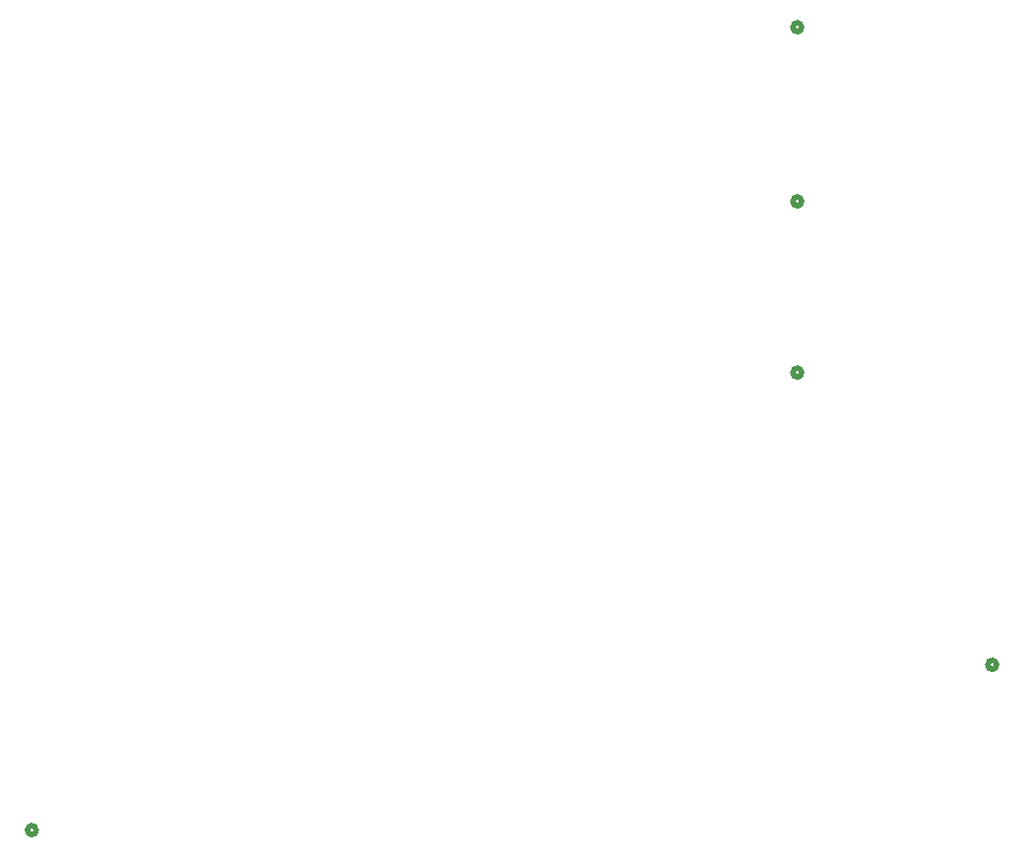
<source format=gbr>
%TF.GenerationSoftware,KiCad,Pcbnew,7.0.11+dfsg-1build4*%
%TF.CreationDate,2024-09-23T14:49:35-04:00*%
%TF.ProjectId,Geophone+Accel+CalibSwitch,47656f70-686f-46e6-952b-416363656c2b,rev?*%
%TF.SameCoordinates,Original*%
%TF.FileFunction,Legend,Bot*%
%TF.FilePolarity,Positive*%
%FSLAX46Y46*%
G04 Gerber Fmt 4.6, Leading zero omitted, Abs format (unit mm)*
G04 Created by KiCad (PCBNEW 7.0.11+dfsg-1build4) date 2024-09-23 14:49:35*
%MOMM*%
%LPD*%
G01*
G04 APERTURE LIST*
%ADD10C,0.508000*%
G04 APERTURE END LIST*
D10*
%TO.C,G3*%
X208661000Y-104802200D02*
G75*
G03*
X207899000Y-104802200I-381000J0D01*
G01*
X207899000Y-104802200D02*
G75*
G03*
X208661000Y-104802200I381000J0D01*
G01*
%TO.C,G2*%
X208661000Y-90070200D02*
G75*
G03*
X207899000Y-90070200I-381000J0D01*
G01*
X207899000Y-90070200D02*
G75*
G03*
X208661000Y-90070200I381000J0D01*
G01*
%TO.C,G1*%
X208661000Y-75084201D02*
G75*
G03*
X207899000Y-75084201I-381000J0D01*
G01*
X207899000Y-75084201D02*
G75*
G03*
X208661000Y-75084201I381000J0D01*
G01*
%TO.C,MCU1*%
X142837000Y-144175000D02*
G75*
G03*
X142075000Y-144175000I-381000J0D01*
G01*
X142075000Y-144175000D02*
G75*
G03*
X142837000Y-144175000I381000J0D01*
G01*
%TO.C,V1*%
X225425000Y-129948201D02*
G75*
G03*
X224663000Y-129948201I-381000J0D01*
G01*
X224663000Y-129948201D02*
G75*
G03*
X225425000Y-129948201I381000J0D01*
G01*
%TD*%
M02*

</source>
